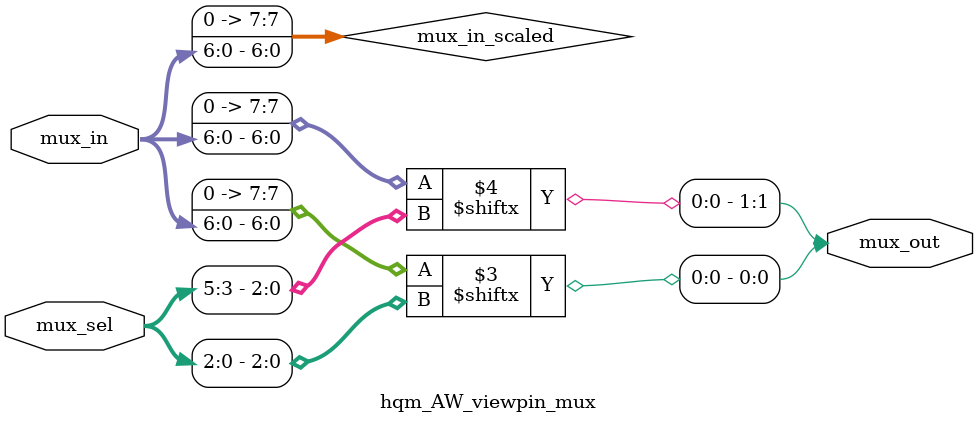
<source format=sv>

module hqm_AW_viewpin_mux
#(

  // Name:         NUM_IN
  // Default:      8
  // Values:       -2147483648, ..., 2147483647
  parameter NUM_IN = 7,
 // Name:         MUX_SEL_WIDTH
 // Default:      3
 // Values:       -2147483648, ..., 2147483647
 parameter MUX_SEL_WIDTH = 3,
 // Name:         NUM_OUT
 // Default:      2
 // Values:       -2147483648, ..., 2147483647
 parameter NUM_OUT = 2
 ) (
  input  logic [NUM_IN-1:0]                     mux_in
, input  logic [(NUM_OUT*MUX_SEL_WIDTH)-1:0]    mux_sel
, output logic [NUM_OUT-1:0]                    mux_out  
);

localparam NUM_IN_SCALED        = 1<<MUX_SEL_WIDTH ;

logic [NUM_IN_SCALED-1:0]       mux_in_scaled ;

always_comb begin
  mux_in_scaled                 = '0 ;
  mux_in_scaled [NUM_IN-1:0]    = mux_in ;
end

generate
  for ( genvar gi = 0 ; gi < NUM_OUT ; gi = gi + 1 ) begin: gen_view
    assign mux_out[gi]  = mux_in_scaled [mux_sel[ (gi*MUX_SEL_WIDTH) +: MUX_SEL_WIDTH ] ] ;
  end
endgenerate
endmodule // hqm_AW_viewpin_mux

</source>
